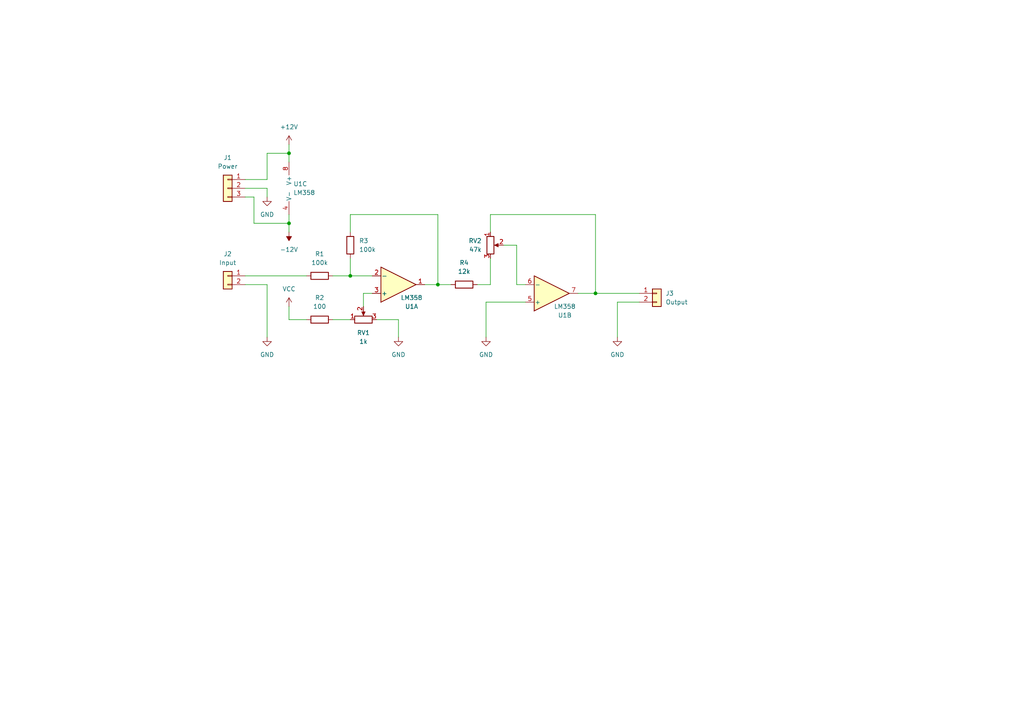
<source format=kicad_sch>
(kicad_sch (version 20231120) (generator "eeschema") (generator_version "8.0")
  (paper "A4")
  (lib_symbols
    (symbol "Amplifier_Operational:LM358" (pin_names (offset 0.127))
      (property "Reference" "U" (at 0 5.08 0))
      (property "Value" "LM358" (at 0 -5.08 0))
      (symbol "LM358_1_1"
        (polyline (pts (xy -5.08 5.08) (xy 5.08 0) (xy -5.08 -5.08) (xy -5.08 5.08)) (stroke (width 0.254)) (fill (type background)))
        (pin output line (at 7.62 0 180) (length 2.54) (name "~") (number "1"))
        (pin input line (at -7.62 -2.54 0) (length 2.54) (name "-") (number "2"))
        (pin input line (at -7.62 2.54 0) (length 2.54) (name "+") (number "3"))
      )
      (symbol "LM358_2_1"
        (polyline (pts (xy -5.08 5.08) (xy 5.08 0) (xy -5.08 -5.08) (xy -5.08 5.08)) (stroke (width 0.254)) (fill (type background)))
        (pin input line (at -7.62 2.54 0) (length 2.54) (name "+") (number "5"))
        (pin input line (at -7.62 -2.54 0) (length 2.54) (name "-") (number "6"))
        (pin output line (at 7.62 0 180) (length 2.54) (name "~") (number "7"))
      )
      (symbol "LM358_3_1"
        (pin power_in line (at -2.54 -7.62 90) (length 3.81) (name "V-") (number "4"))
        (pin power_in line (at -2.54 7.62 270) (length 3.81) (name "V+") (number "8"))
      )
    )
    (symbol "Connector_Generic:Conn_01x02" (pin_names (offset 1.016) hide)
      (property "Reference" "J" (at 0 2.54 0))
      (property "Value" "Conn_01x02" (at 0 -5.08 0))
      (symbol "Conn_01x02_1_1"
        (rectangle (start -1.27 -2.413) (end 0 -2.667) (stroke (width 0.1524)))
        (rectangle (start -1.27 0.127) (end 0 -0.127) (stroke (width 0.1524)))
        (rectangle (start -1.27 1.27) (end 1.27 -3.81) (stroke (width 0.254)) (fill (type background)))
        (pin passive line (at -5.08 0 0) (length 3.81) (name "Pin_1") (number "1"))
        (pin passive line (at -5.08 -2.54 0) (length 3.81) (name "Pin_2") (number "2"))
      )
    )
    (symbol "Connector_Generic:Conn_01x03" (pin_names (offset 1.016) hide)
      (property "Reference" "J" (at 0 5.08 0))
      (property "Value" "Conn_01x03" (at 0 -5.08 0))
      (symbol "Conn_01x03_1_1"
        (rectangle (start -1.27 -2.413) (end 0 -2.667) (stroke (width 0.1524)))
        (rectangle (start -1.27 0.127) (end 0 -0.127) (stroke (width 0.1524)))
        (rectangle (start -1.27 2.667) (end 0 2.413) (stroke (width 0.1524)))
        (rectangle (start -1.27 3.81) (end 1.27 -3.81) (stroke (width 0.254)) (fill (type background)))
        (pin passive line (at -5.08 2.54 0) (length 3.81) (name "Pin_1") (number "1"))
        (pin passive line (at -5.08 0 0) (length 3.81) (name "Pin_2") (number "2"))
        (pin passive line (at -5.08 -2.54 0) (length 3.81) (name "Pin_3") (number "3"))
      )
    )
    (symbol "Device:R" (pin_numbers hide) (pin_names (offset 0))
      (property "Reference" "R" (at 2.032 0 90))
      (property "Value" "R" (at 0 0 90))
      (symbol "R_0_1"
        (rectangle (start -1.016 -2.54) (end 1.016 2.54) (stroke (width 0.254)))
      )
      (symbol "R_1_1"
        (pin passive line (at 0 3.81 270) (length 1.27) (name "~") (number "1"))
        (pin passive line (at 0 -3.81 90) (length 1.27) (name "~") (number "2"))
      )
    )
    (symbol "Device:R_Potentiometer" (pin_names (offset 1.016) hide)
      (property "Reference" "RV" (at -4.445 0 90))
      (property "Value" "R_Potentiometer" (at -2.54 0 90))
      (symbol "R_Potentiometer_0_1"
        (polyline (pts (xy 2.54 0) (xy 1.524 0)))
        (polyline (pts (xy 1.143 0) (xy 2.286 0.508) (xy 2.286 -0.508) (xy 1.143 0)) (fill (type outline)))
        (rectangle (start 1.016 2.54) (end -1.016 -2.54) (stroke (width 0.254)))
      )
      (symbol "R_Potentiometer_1_1"
        (pin passive line (at 0 3.81 270) (length 1.27) (name "1") (number "1"))
        (pin passive line (at 3.81 0 180) (length 1.27) (name "2") (number "2"))
        (pin passive line (at 0 -3.81 90) (length 1.27) (name "3") (number "3"))
      )
    )
    (symbol "power:+12V" (power) (pin_names (offset 0))
      (property "Value" "+12V" (at 0 3.556 0))
      (symbol "+12V_0_1"
        (polyline (pts (xy -0.762 1.27) (xy 0 2.54)))
        (polyline (pts (xy 0 0) (xy 0 2.54)))
        (polyline (pts (xy 0 2.54) (xy 0.762 1.27)))
      )
      (symbol "+12V_1_1"
        (pin power_in line (at 0 0 90) (length 0) hide (name "+12V") (number "1"))
      )
    )
    (symbol "power:-12V" (power) (pin_names (offset 0))
      (property "Value" "-12V" (at 0 3.81 0))
      (symbol "-12V_0_0"
        (pin power_in line (at 0 0 90) (length 0) hide (name "-12V") (number "1"))
      )
      (symbol "-12V_0_1"
        (polyline (pts (xy 0 0) (xy 0 1.27) (xy 0.762 1.27) (xy 0 2.54) (xy -0.762 1.27) (xy 0 1.27)) (fill (type outline)))
      )
    )
    (symbol "power:GND" (power) (pin_names (offset 0))
      (property "Value" "GND" (at 0 -3.81 0))
      (symbol "GND_0_1"
        (polyline (pts (xy 0 0) (xy 0 -1.27) (xy 1.27 -1.27) (xy 0 -2.54) (xy -1.27 -1.27) (xy 0 -1.27)))
      )
      (symbol "GND_1_1"
        (pin power_in line (at 0 0 270) (length 0) hide (name "GND") (number "1"))
      )
    )
    (symbol "power:VCC" (power) (pin_names (offset 0))
      (property "Value" "VCC" (at 0 3.81 0))
      (symbol "VCC_0_1"
        (polyline (pts (xy -0.762 1.27) (xy 0 2.54)))
        (polyline (pts (xy 0 0) (xy 0 2.54)))
        (polyline (pts (xy 0 2.54) (xy 0.762 1.27)))
      )
      (symbol "VCC_1_1"
        (pin power_in line (at 0 0 90) (length 0) hide (name "VCC") (number "1"))
      )
    )
  )
  (junction (at 101.6 80.01))
  (junction (at 172.72 85.09))
  (junction (at 83.82 64.77))
  (junction (at 127 82.55))
  (junction (at 83.82 44.45))
  (wire (pts (xy 101.6 62.23) (xy 127 62.23)))
  (wire (pts (xy 105.41 88.9) (xy 105.41 85.09)))
  (wire (pts (xy 146.05 71.12) (xy 149.86 71.12)))
  (wire (pts (xy 73.66 57.15) (xy 73.66 64.77)))
  (wire (pts (xy 172.72 62.23) (xy 172.72 85.09)))
  (wire (pts (xy 77.47 44.45) (xy 83.82 44.45)))
  (wire (pts (xy 83.82 92.71) (xy 83.82 88.9)))
  (wire (pts (xy 105.41 85.09) (xy 107.95 85.09)))
  (wire (pts (xy 140.97 87.63) (xy 140.97 97.79)))
  (wire (pts (xy 83.82 62.23) (xy 83.82 64.77)))
  (wire (pts (xy 115.57 92.71) (xy 115.57 97.79)))
  (wire (pts (xy 101.6 74.93) (xy 101.6 80.01)))
  (wire (pts (xy 101.6 67.31) (xy 101.6 62.23)))
  (wire (pts (xy 179.07 97.79) (xy 179.07 87.63)))
  (wire (pts (xy 71.12 82.55) (xy 77.47 82.55)))
  (wire (pts (xy 127 82.55) (xy 130.81 82.55)))
  (wire (pts (xy 142.24 62.23) (xy 172.72 62.23)))
  (wire (pts (xy 142.24 67.31) (xy 142.24 62.23)))
  (wire (pts (xy 149.86 82.55) (xy 152.4 82.55)))
  (wire (pts (xy 77.47 52.07) (xy 77.47 44.45)))
  (wire (pts (xy 83.82 41.91) (xy 83.82 44.45)))
  (wire (pts (xy 83.82 64.77) (xy 83.82 67.31)))
  (wire (pts (xy 71.12 80.01) (xy 88.9 80.01)))
  (wire (pts (xy 172.72 85.09) (xy 185.42 85.09)))
  (wire (pts (xy 142.24 74.93) (xy 142.24 82.55)))
  (wire (pts (xy 71.12 57.15) (xy 73.66 57.15)))
  (wire (pts (xy 88.9 92.71) (xy 83.82 92.71)))
  (wire (pts (xy 109.22 92.71) (xy 115.57 92.71)))
  (wire (pts (xy 123.19 82.55) (xy 127 82.55)))
  (wire (pts (xy 71.12 52.07) (xy 77.47 52.07)))
  (wire (pts (xy 77.47 97.79) (xy 77.47 82.55)))
  (wire (pts (xy 149.86 71.12) (xy 149.86 82.55)))
  (wire (pts (xy 83.82 44.45) (xy 83.82 46.99)))
  (wire (pts (xy 96.52 92.71) (xy 101.6 92.71)))
  (wire (pts (xy 138.43 82.55) (xy 142.24 82.55)))
  (wire (pts (xy 73.66 64.77) (xy 83.82 64.77)))
  (wire (pts (xy 172.72 85.09) (xy 167.64 85.09)))
  (wire (pts (xy 96.52 80.01) (xy 101.6 80.01)))
  (wire (pts (xy 127 62.23) (xy 127 82.55)))
  (wire (pts (xy 77.47 54.61) (xy 71.12 54.61)))
  (wire (pts (xy 77.47 57.15) (xy 77.47 54.61)))
  (wire (pts (xy 179.07 87.63) (xy 185.42 87.63)))
  (wire (pts (xy 152.4 87.63) (xy 140.97 87.63)))
  (wire (pts (xy 101.6 80.01) (xy 107.95 80.01)))
  (symbol (lib_id "power:-12V") (at 83.82 67.31 0) (mirror x) (unit 1)
    (property "Reference" "#PWR04" (effects (hide yes)))
    (property "Value" "-12V" (at 83.82 72.39 0))
  )
  (symbol (lib_id "power:+12V") (at 83.82 41.91 0) (unit 1)
    (property "Reference" "#PWR03" (effects (hide yes)))
    (property "Value" "+12V" (at 83.82 36.83 0))
  )
  (symbol (lib_id "Device:R_Potentiometer") (at 142.24 71.12 0) (unit 1)
    (property "Reference" "RV2" (at 139.7 69.85 0) (effects (justify right)))
    (property "Value" "47k" (at 139.7 72.39 0) (effects (justify right)))
  )
  (symbol (lib_id "power:GND") (at 77.47 57.15 0) (unit 1)
    (property "Reference" "#PWR01" (effects (hide yes)))
    (property "Value" "GND" (at 77.47 62.23 0))
  )
  (symbol (lib_id "Device:R") (at 101.6 71.12 0) (unit 1)
    (property "Reference" "R3" (at 104.14 69.85 0) (effects (justify left)))
    (property "Value" "100k" (at 104.14 72.39 0) (effects (justify left)))
  )
  (symbol (lib_id "Device:R") (at 92.71 92.71 90) (unit 1)
    (property "Reference" "R2" (at 92.71 86.36 90))
    (property "Value" "100" (at 92.71 88.9 90))
  )
  (symbol (lib_id "power:GND") (at 179.07 97.79 0) (unit 1)
    (property "Reference" "#PWR08" (effects (hide yes)))
    (property "Value" "GND" (at 179.07 102.87 0))
  )
  (symbol (lib_id "power:VCC") (at 83.82 88.9 0) (unit 1)
    (property "Reference" "#PWR05" (effects (hide yes)))
    (property "Value" "VCC" (at 83.82 83.82 0))
  )
  (symbol (lib_id "Device:R") (at 134.62 82.55 90) (unit 1)
    (property "Reference" "R4" (at 134.62 76.2 90))
    (property "Value" "12k" (at 134.62 78.74 90))
  )
  (symbol (lib_id "power:GND") (at 140.97 97.79 0) (unit 1)
    (property "Reference" "#PWR07" (effects (hide yes)))
    (property "Value" "GND" (at 140.97 102.87 0))
  )
  (symbol (lib_id "Amplifier_Operational:LM358") (at 86.36 54.61 0) (unit 3)
    (property "Reference" "U1" (at 85.09 53.34 0) (effects (justify left)))
    (property "Value" "LM358" (at 85.09 55.88 0) (effects (justify left)))
    (property "Datasheet" "http://www.ti.com/lit/ds/symlink/lm2904-n.pdf" (effects (hide yes)))
  )
  (symbol (lib_id "Connector_Generic:Conn_01x02") (at 190.5 85.09 0) (unit 1)
    (property "Reference" "J3" (at 193.04 85.09 0) (effects (justify left)))
    (property "Value" "Output" (at 193.04 87.63 0) (effects (justify left)))
  )
  (symbol (lib_id "Amplifier_Operational:LM358") (at 160.02 85.09 0) (mirror x) (unit 2)
    (property "Reference" "U1" (at 163.83 91.44 0))
    (property "Value" "LM358" (at 163.83 88.9 0))
    (property "Datasheet" "http://www.ti.com/lit/ds/symlink/lm2904-n.pdf" (effects (hide yes)))
  )
  (symbol (lib_id "Device:R") (at 92.71 80.01 90) (unit 1)
    (property "Reference" "R1" (at 92.71 73.66 90))
    (property "Value" "100k" (at 92.71 76.2 90))
  )
  (symbol (lib_id "power:GND") (at 77.47 97.79 0) (unit 1)
    (property "Reference" "#PWR02" (effects (hide yes)))
    (property "Value" "GND" (at 77.47 102.87 0))
  )
  (symbol (lib_id "Amplifier_Operational:LM358") (at 115.57 82.55 0) (mirror x) (unit 1)
    (property "Reference" "U1" (at 119.38 88.9 0))
    (property "Value" "LM358" (at 119.38 86.36 0))
    (property "Datasheet" "http://www.ti.com/lit/ds/symlink/lm2904-n.pdf" (effects (hide yes)))
  )
  (symbol (lib_id "Connector_Generic:Conn_01x02") (at 66.04 80.01 0) (mirror y) (unit 1)
    (property "Reference" "J2" (at 66.04 73.66 0))
    (property "Value" "Input" (at 66.04 76.2 0))
  )
  (symbol (lib_id "Device:R_Potentiometer") (at 105.41 92.71 90) (unit 1)
    (property "Reference" "RV1" (at 105.41 96.52 90))
    (property "Value" "1k" (at 105.41 99.06 90))
  )
  (symbol (lib_id "Connector_Generic:Conn_01x03") (at 66.04 54.61 0) (mirror y) (unit 1)
    (property "Reference" "J1" (at 66.04 45.72 0))
    (property "Value" "Power" (at 66.04 48.26 0))
  )
  (symbol (lib_id "power:GND") (at 115.57 97.79 0) (unit 1)
    (property "Reference" "#PWR06" (effects (hide yes)))
    (property "Value" "GND" (at 115.57 102.87 0))
  )
)
</source>
